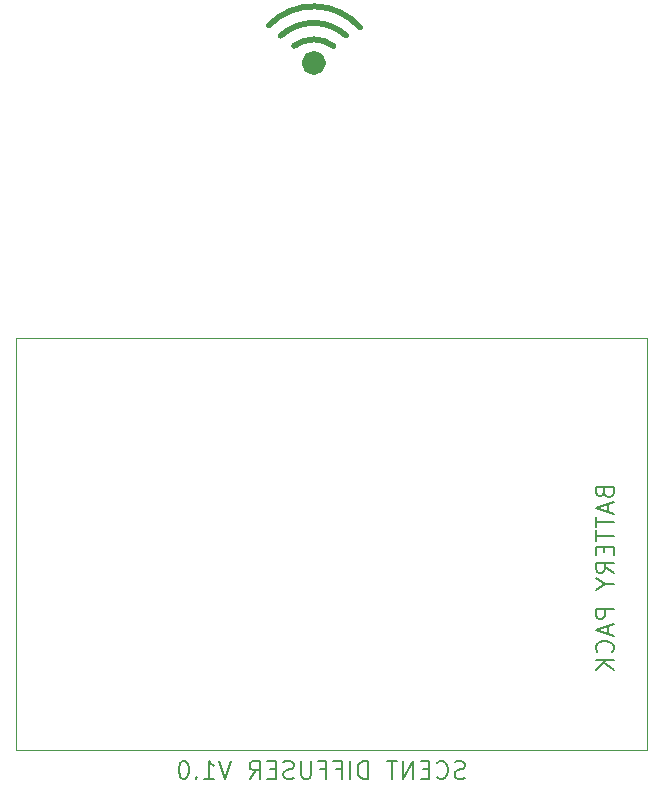
<source format=gbr>
%TF.GenerationSoftware,KiCad,Pcbnew,8.0.5*%
%TF.CreationDate,2024-10-28T11:51:33+01:00*%
%TF.ProjectId,Scent_Diffuser,5363656e-745f-4446-9966-66757365722e,rev?*%
%TF.SameCoordinates,Original*%
%TF.FileFunction,Legend,Bot*%
%TF.FilePolarity,Positive*%
%FSLAX46Y46*%
G04 Gerber Fmt 4.6, Leading zero omitted, Abs format (unit mm)*
G04 Created by KiCad (PCBNEW 8.0.5) date 2024-10-28 11:51:33*
%MOMM*%
%LPD*%
G01*
G04 APERTURE LIST*
%ADD10C,0.500000*%
%ADD11C,0.100000*%
%ADD12C,1.050000*%
%ADD13C,0.200000*%
G04 APERTURE END LIST*
D10*
X75621856Y-107969654D02*
G75*
G02*
X78978144Y-107969654I1678144J-2186996D01*
G01*
X74500001Y-107100001D02*
G75*
G02*
X80028384Y-107066816I2782299J-2999999D01*
G01*
X73501178Y-106211210D02*
G75*
G02*
X81210368Y-106390561I3772422J-3621790D01*
G01*
D11*
X52120800Y-132689600D02*
X105511600Y-132689600D01*
X105511600Y-167589200D01*
X52120800Y-167589200D01*
X52120800Y-132689600D01*
D12*
X77825000Y-109400000D02*
G75*
G02*
X76775000Y-109400000I-525000J0D01*
G01*
X76775000Y-109400000D02*
G75*
G02*
X77825000Y-109400000I525000J0D01*
G01*
D13*
X101890314Y-145768720D02*
X101961742Y-145983006D01*
X101961742Y-145983006D02*
X102033171Y-146054435D01*
X102033171Y-146054435D02*
X102176028Y-146125863D01*
X102176028Y-146125863D02*
X102390314Y-146125863D01*
X102390314Y-146125863D02*
X102533171Y-146054435D01*
X102533171Y-146054435D02*
X102604600Y-145983006D01*
X102604600Y-145983006D02*
X102676028Y-145840149D01*
X102676028Y-145840149D02*
X102676028Y-145268720D01*
X102676028Y-145268720D02*
X101176028Y-145268720D01*
X101176028Y-145268720D02*
X101176028Y-145768720D01*
X101176028Y-145768720D02*
X101247457Y-145911578D01*
X101247457Y-145911578D02*
X101318885Y-145983006D01*
X101318885Y-145983006D02*
X101461742Y-146054435D01*
X101461742Y-146054435D02*
X101604600Y-146054435D01*
X101604600Y-146054435D02*
X101747457Y-145983006D01*
X101747457Y-145983006D02*
X101818885Y-145911578D01*
X101818885Y-145911578D02*
X101890314Y-145768720D01*
X101890314Y-145768720D02*
X101890314Y-145268720D01*
X102247457Y-146697292D02*
X102247457Y-147411578D01*
X102676028Y-146554435D02*
X101176028Y-147054435D01*
X101176028Y-147054435D02*
X102676028Y-147554435D01*
X101176028Y-147840149D02*
X101176028Y-148697292D01*
X102676028Y-148268720D02*
X101176028Y-148268720D01*
X101176028Y-148983006D02*
X101176028Y-149840149D01*
X102676028Y-149411577D02*
X101176028Y-149411577D01*
X101890314Y-150340148D02*
X101890314Y-150840148D01*
X102676028Y-151054434D02*
X102676028Y-150340148D01*
X102676028Y-150340148D02*
X101176028Y-150340148D01*
X101176028Y-150340148D02*
X101176028Y-151054434D01*
X102676028Y-152554434D02*
X101961742Y-152054434D01*
X102676028Y-151697291D02*
X101176028Y-151697291D01*
X101176028Y-151697291D02*
X101176028Y-152268720D01*
X101176028Y-152268720D02*
X101247457Y-152411577D01*
X101247457Y-152411577D02*
X101318885Y-152483006D01*
X101318885Y-152483006D02*
X101461742Y-152554434D01*
X101461742Y-152554434D02*
X101676028Y-152554434D01*
X101676028Y-152554434D02*
X101818885Y-152483006D01*
X101818885Y-152483006D02*
X101890314Y-152411577D01*
X101890314Y-152411577D02*
X101961742Y-152268720D01*
X101961742Y-152268720D02*
X101961742Y-151697291D01*
X101961742Y-153483006D02*
X102676028Y-153483006D01*
X101176028Y-152983006D02*
X101961742Y-153483006D01*
X101961742Y-153483006D02*
X101176028Y-153983006D01*
X102676028Y-155625862D02*
X101176028Y-155625862D01*
X101176028Y-155625862D02*
X101176028Y-156197291D01*
X101176028Y-156197291D02*
X101247457Y-156340148D01*
X101247457Y-156340148D02*
X101318885Y-156411577D01*
X101318885Y-156411577D02*
X101461742Y-156483005D01*
X101461742Y-156483005D02*
X101676028Y-156483005D01*
X101676028Y-156483005D02*
X101818885Y-156411577D01*
X101818885Y-156411577D02*
X101890314Y-156340148D01*
X101890314Y-156340148D02*
X101961742Y-156197291D01*
X101961742Y-156197291D02*
X101961742Y-155625862D01*
X102247457Y-157054434D02*
X102247457Y-157768720D01*
X102676028Y-156911577D02*
X101176028Y-157411577D01*
X101176028Y-157411577D02*
X102676028Y-157911577D01*
X102533171Y-159268719D02*
X102604600Y-159197291D01*
X102604600Y-159197291D02*
X102676028Y-158983005D01*
X102676028Y-158983005D02*
X102676028Y-158840148D01*
X102676028Y-158840148D02*
X102604600Y-158625862D01*
X102604600Y-158625862D02*
X102461742Y-158483005D01*
X102461742Y-158483005D02*
X102318885Y-158411576D01*
X102318885Y-158411576D02*
X102033171Y-158340148D01*
X102033171Y-158340148D02*
X101818885Y-158340148D01*
X101818885Y-158340148D02*
X101533171Y-158411576D01*
X101533171Y-158411576D02*
X101390314Y-158483005D01*
X101390314Y-158483005D02*
X101247457Y-158625862D01*
X101247457Y-158625862D02*
X101176028Y-158840148D01*
X101176028Y-158840148D02*
X101176028Y-158983005D01*
X101176028Y-158983005D02*
X101247457Y-159197291D01*
X101247457Y-159197291D02*
X101318885Y-159268719D01*
X102676028Y-159911576D02*
X101176028Y-159911576D01*
X102676028Y-160768719D02*
X101818885Y-160125862D01*
X101176028Y-160768719D02*
X102033171Y-159911576D01*
X90082707Y-169934600D02*
X89868422Y-170006028D01*
X89868422Y-170006028D02*
X89511279Y-170006028D01*
X89511279Y-170006028D02*
X89368422Y-169934600D01*
X89368422Y-169934600D02*
X89296993Y-169863171D01*
X89296993Y-169863171D02*
X89225564Y-169720314D01*
X89225564Y-169720314D02*
X89225564Y-169577457D01*
X89225564Y-169577457D02*
X89296993Y-169434600D01*
X89296993Y-169434600D02*
X89368422Y-169363171D01*
X89368422Y-169363171D02*
X89511279Y-169291742D01*
X89511279Y-169291742D02*
X89796993Y-169220314D01*
X89796993Y-169220314D02*
X89939850Y-169148885D01*
X89939850Y-169148885D02*
X90011279Y-169077457D01*
X90011279Y-169077457D02*
X90082707Y-168934600D01*
X90082707Y-168934600D02*
X90082707Y-168791742D01*
X90082707Y-168791742D02*
X90011279Y-168648885D01*
X90011279Y-168648885D02*
X89939850Y-168577457D01*
X89939850Y-168577457D02*
X89796993Y-168506028D01*
X89796993Y-168506028D02*
X89439850Y-168506028D01*
X89439850Y-168506028D02*
X89225564Y-168577457D01*
X87725565Y-169863171D02*
X87796993Y-169934600D01*
X87796993Y-169934600D02*
X88011279Y-170006028D01*
X88011279Y-170006028D02*
X88154136Y-170006028D01*
X88154136Y-170006028D02*
X88368422Y-169934600D01*
X88368422Y-169934600D02*
X88511279Y-169791742D01*
X88511279Y-169791742D02*
X88582708Y-169648885D01*
X88582708Y-169648885D02*
X88654136Y-169363171D01*
X88654136Y-169363171D02*
X88654136Y-169148885D01*
X88654136Y-169148885D02*
X88582708Y-168863171D01*
X88582708Y-168863171D02*
X88511279Y-168720314D01*
X88511279Y-168720314D02*
X88368422Y-168577457D01*
X88368422Y-168577457D02*
X88154136Y-168506028D01*
X88154136Y-168506028D02*
X88011279Y-168506028D01*
X88011279Y-168506028D02*
X87796993Y-168577457D01*
X87796993Y-168577457D02*
X87725565Y-168648885D01*
X87082708Y-169220314D02*
X86582708Y-169220314D01*
X86368422Y-170006028D02*
X87082708Y-170006028D01*
X87082708Y-170006028D02*
X87082708Y-168506028D01*
X87082708Y-168506028D02*
X86368422Y-168506028D01*
X85725565Y-170006028D02*
X85725565Y-168506028D01*
X85725565Y-168506028D02*
X84868422Y-170006028D01*
X84868422Y-170006028D02*
X84868422Y-168506028D01*
X84368421Y-168506028D02*
X83511279Y-168506028D01*
X83939850Y-170006028D02*
X83939850Y-168506028D01*
X81868422Y-170006028D02*
X81868422Y-168506028D01*
X81868422Y-168506028D02*
X81511279Y-168506028D01*
X81511279Y-168506028D02*
X81296993Y-168577457D01*
X81296993Y-168577457D02*
X81154136Y-168720314D01*
X81154136Y-168720314D02*
X81082707Y-168863171D01*
X81082707Y-168863171D02*
X81011279Y-169148885D01*
X81011279Y-169148885D02*
X81011279Y-169363171D01*
X81011279Y-169363171D02*
X81082707Y-169648885D01*
X81082707Y-169648885D02*
X81154136Y-169791742D01*
X81154136Y-169791742D02*
X81296993Y-169934600D01*
X81296993Y-169934600D02*
X81511279Y-170006028D01*
X81511279Y-170006028D02*
X81868422Y-170006028D01*
X80368422Y-170006028D02*
X80368422Y-168506028D01*
X79154136Y-169220314D02*
X79654136Y-169220314D01*
X79654136Y-170006028D02*
X79654136Y-168506028D01*
X79654136Y-168506028D02*
X78939850Y-168506028D01*
X77868422Y-169220314D02*
X78368422Y-169220314D01*
X78368422Y-170006028D02*
X78368422Y-168506028D01*
X78368422Y-168506028D02*
X77654136Y-168506028D01*
X77082708Y-168506028D02*
X77082708Y-169720314D01*
X77082708Y-169720314D02*
X77011279Y-169863171D01*
X77011279Y-169863171D02*
X76939851Y-169934600D01*
X76939851Y-169934600D02*
X76796993Y-170006028D01*
X76796993Y-170006028D02*
X76511279Y-170006028D01*
X76511279Y-170006028D02*
X76368422Y-169934600D01*
X76368422Y-169934600D02*
X76296993Y-169863171D01*
X76296993Y-169863171D02*
X76225565Y-169720314D01*
X76225565Y-169720314D02*
X76225565Y-168506028D01*
X75582707Y-169934600D02*
X75368422Y-170006028D01*
X75368422Y-170006028D02*
X75011279Y-170006028D01*
X75011279Y-170006028D02*
X74868422Y-169934600D01*
X74868422Y-169934600D02*
X74796993Y-169863171D01*
X74796993Y-169863171D02*
X74725564Y-169720314D01*
X74725564Y-169720314D02*
X74725564Y-169577457D01*
X74725564Y-169577457D02*
X74796993Y-169434600D01*
X74796993Y-169434600D02*
X74868422Y-169363171D01*
X74868422Y-169363171D02*
X75011279Y-169291742D01*
X75011279Y-169291742D02*
X75296993Y-169220314D01*
X75296993Y-169220314D02*
X75439850Y-169148885D01*
X75439850Y-169148885D02*
X75511279Y-169077457D01*
X75511279Y-169077457D02*
X75582707Y-168934600D01*
X75582707Y-168934600D02*
X75582707Y-168791742D01*
X75582707Y-168791742D02*
X75511279Y-168648885D01*
X75511279Y-168648885D02*
X75439850Y-168577457D01*
X75439850Y-168577457D02*
X75296993Y-168506028D01*
X75296993Y-168506028D02*
X74939850Y-168506028D01*
X74939850Y-168506028D02*
X74725564Y-168577457D01*
X74082708Y-169220314D02*
X73582708Y-169220314D01*
X73368422Y-170006028D02*
X74082708Y-170006028D01*
X74082708Y-170006028D02*
X74082708Y-168506028D01*
X74082708Y-168506028D02*
X73368422Y-168506028D01*
X71868422Y-170006028D02*
X72368422Y-169291742D01*
X72725565Y-170006028D02*
X72725565Y-168506028D01*
X72725565Y-168506028D02*
X72154136Y-168506028D01*
X72154136Y-168506028D02*
X72011279Y-168577457D01*
X72011279Y-168577457D02*
X71939850Y-168648885D01*
X71939850Y-168648885D02*
X71868422Y-168791742D01*
X71868422Y-168791742D02*
X71868422Y-169006028D01*
X71868422Y-169006028D02*
X71939850Y-169148885D01*
X71939850Y-169148885D02*
X72011279Y-169220314D01*
X72011279Y-169220314D02*
X72154136Y-169291742D01*
X72154136Y-169291742D02*
X72725565Y-169291742D01*
X70296993Y-168506028D02*
X69796993Y-170006028D01*
X69796993Y-170006028D02*
X69296993Y-168506028D01*
X68011279Y-170006028D02*
X68868422Y-170006028D01*
X68439851Y-170006028D02*
X68439851Y-168506028D01*
X68439851Y-168506028D02*
X68582708Y-168720314D01*
X68582708Y-168720314D02*
X68725565Y-168863171D01*
X68725565Y-168863171D02*
X68868422Y-168934600D01*
X67368423Y-169863171D02*
X67296994Y-169934600D01*
X67296994Y-169934600D02*
X67368423Y-170006028D01*
X67368423Y-170006028D02*
X67439851Y-169934600D01*
X67439851Y-169934600D02*
X67368423Y-169863171D01*
X67368423Y-169863171D02*
X67368423Y-170006028D01*
X66368422Y-168506028D02*
X66225565Y-168506028D01*
X66225565Y-168506028D02*
X66082708Y-168577457D01*
X66082708Y-168577457D02*
X66011280Y-168648885D01*
X66011280Y-168648885D02*
X65939851Y-168791742D01*
X65939851Y-168791742D02*
X65868422Y-169077457D01*
X65868422Y-169077457D02*
X65868422Y-169434600D01*
X65868422Y-169434600D02*
X65939851Y-169720314D01*
X65939851Y-169720314D02*
X66011280Y-169863171D01*
X66011280Y-169863171D02*
X66082708Y-169934600D01*
X66082708Y-169934600D02*
X66225565Y-170006028D01*
X66225565Y-170006028D02*
X66368422Y-170006028D01*
X66368422Y-170006028D02*
X66511280Y-169934600D01*
X66511280Y-169934600D02*
X66582708Y-169863171D01*
X66582708Y-169863171D02*
X66654137Y-169720314D01*
X66654137Y-169720314D02*
X66725565Y-169434600D01*
X66725565Y-169434600D02*
X66725565Y-169077457D01*
X66725565Y-169077457D02*
X66654137Y-168791742D01*
X66654137Y-168791742D02*
X66582708Y-168648885D01*
X66582708Y-168648885D02*
X66511280Y-168577457D01*
X66511280Y-168577457D02*
X66368422Y-168506028D01*
M02*

</source>
